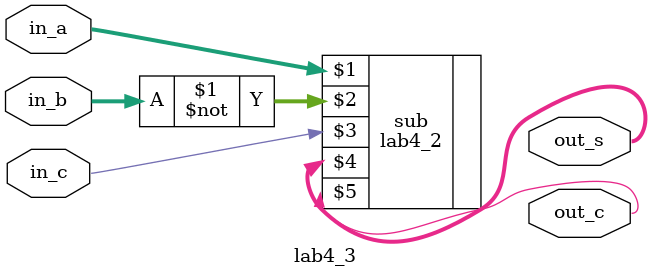
<source format=v>
/* CSED273 lab4 experiment 3 */
/* lab4_3.v */

/* Implement 5-Bit Ripple Subtractor
 * You must use lab4_2 module in lab4_2.v
 * You may use keword "assign" and bitwise opeartor
 * or just implement with gate-level modeling*/
module lab4_3(
    input [4:0] in_a,
    input [4:0] in_b,
    input in_c,
    output [4:0] out_s,
    output out_c
    );

    ////////////////////////
    /* Add your code here */  
    lab4_2 sub(in_a, ~in_b, in_c, out_s, out_c);
    ////////////////////////

endmodule
</source>
